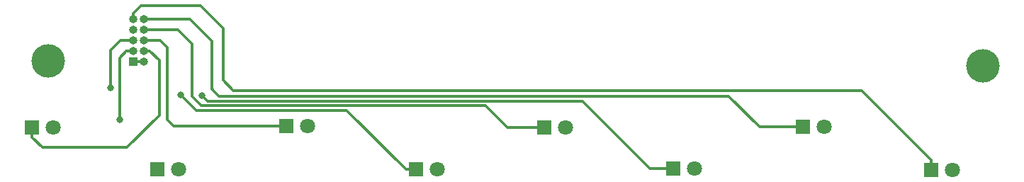
<source format=gbr>
G04 #@! TF.GenerationSoftware,KiCad,Pcbnew,(5.1.2)-2*
G04 #@! TF.CreationDate,2021-01-17T20:54:38+05:30*
G04 #@! TF.ProjectId,VendSensor,56656e64-5365-46e7-936f-722e6b696361,rev?*
G04 #@! TF.SameCoordinates,Original*
G04 #@! TF.FileFunction,Copper,L2,Bot*
G04 #@! TF.FilePolarity,Positive*
%FSLAX46Y46*%
G04 Gerber Fmt 4.6, Leading zero omitted, Abs format (unit mm)*
G04 Created by KiCad (PCBNEW (5.1.2)-2) date 2021-01-17 20:54:38*
%MOMM*%
%LPD*%
G04 APERTURE LIST*
%ADD10C,1.800000*%
%ADD11R,1.800000X1.800000*%
%ADD12O,1.000000X1.000000*%
%ADD13R,1.000000X1.000000*%
%ADD14C,4.000000*%
%ADD15C,0.800000*%
%ADD16C,0.300000*%
G04 APERTURE END LIST*
D10*
X146650000Y-50920000D03*
D11*
X144110000Y-50920000D03*
D12*
X65340000Y-38060000D03*
X64070000Y-38060000D03*
X65340000Y-39330000D03*
X64070000Y-39330000D03*
X65340000Y-40600000D03*
X64070000Y-40600000D03*
X65340000Y-41870000D03*
X64070000Y-41870000D03*
X65340000Y-43140000D03*
D13*
X64070000Y-43140000D03*
D10*
X161950000Y-56100000D03*
D11*
X159410000Y-56100000D03*
D10*
X131130000Y-55940000D03*
D11*
X128590000Y-55940000D03*
D10*
X115720000Y-51010000D03*
D11*
X113180000Y-51010000D03*
D10*
X100360000Y-55980000D03*
D11*
X97820000Y-55980000D03*
D10*
X84850000Y-50830000D03*
D11*
X82310000Y-50830000D03*
D10*
X69510000Y-55970000D03*
D11*
X66970000Y-55970000D03*
D10*
X54500000Y-50970000D03*
D11*
X51960000Y-50970000D03*
D14*
X165620000Y-43620000D03*
X53870000Y-43030000D03*
D15*
X72270000Y-47210000D03*
X69775000Y-47085000D03*
X61370000Y-46300000D03*
X62420000Y-50090000D03*
D16*
X159410000Y-54900000D02*
X159410000Y-56100000D01*
X74800000Y-45350000D02*
X76040000Y-46590000D01*
X76040000Y-46590000D02*
X144170002Y-46590000D01*
X144170002Y-46590000D02*
X144180002Y-46580000D01*
X144180002Y-46580000D02*
X151090000Y-46580000D01*
X151090000Y-46580000D02*
X159410000Y-54900000D01*
X64070000Y-37352894D02*
X65002894Y-36420000D01*
X64070000Y-38060000D02*
X64070000Y-37352894D01*
X65002894Y-36420000D02*
X72090000Y-36420000D01*
X74800000Y-39130000D02*
X74800000Y-45350000D01*
X72090000Y-36420000D02*
X74800000Y-39130000D01*
X74310000Y-47250000D02*
X135210000Y-47250000D01*
X138880000Y-50920000D02*
X144110000Y-50920000D01*
X135210000Y-47250000D02*
X138880000Y-50920000D01*
X65340000Y-38060000D02*
X70850000Y-38060000D01*
X70850000Y-38060000D02*
X73480000Y-40690000D01*
X73480000Y-46420000D02*
X73630000Y-46570000D01*
X73480000Y-40690000D02*
X73480000Y-46420000D01*
X73510000Y-46450000D02*
X73630000Y-46570000D01*
X73630000Y-46570000D02*
X74310000Y-47250000D01*
X72270000Y-47210000D02*
X72270000Y-47210000D01*
X72930000Y-47870000D02*
X117710000Y-47870000D01*
X125780000Y-55940000D02*
X128590000Y-55940000D01*
X117710000Y-47870000D02*
X125780000Y-55940000D01*
X72270000Y-47210000D02*
X72930000Y-47870000D01*
X72150000Y-48400000D02*
X106150000Y-48400000D01*
X71060000Y-47310000D02*
X72150000Y-48400000D01*
X106150000Y-48400000D02*
X108760000Y-51010000D01*
X108760000Y-51010000D02*
X113180000Y-51010000D01*
X65340000Y-39330000D02*
X69370000Y-39330000D01*
X71060000Y-41020000D02*
X71060000Y-47310000D01*
X69370000Y-39330000D02*
X71060000Y-41020000D01*
X96620000Y-55980000D02*
X97820000Y-55980000D01*
X89570000Y-48930000D02*
X96620000Y-55980000D01*
X71620000Y-48930000D02*
X89570000Y-48930000D01*
X69720000Y-47030000D02*
X69775000Y-47085000D01*
X69775000Y-47085000D02*
X71620000Y-48930000D01*
X64070000Y-40600000D02*
X62560000Y-40600000D01*
X62560000Y-40600000D02*
X61370000Y-41790000D01*
X61370000Y-41790000D02*
X61370000Y-46300000D01*
X61370000Y-46300000D02*
X61370000Y-46300000D01*
X66047106Y-40600000D02*
X66057106Y-40590000D01*
X65340000Y-40600000D02*
X66047106Y-40600000D01*
X66057106Y-40590000D02*
X67320000Y-40590000D01*
X67320000Y-40590000D02*
X68120000Y-41390000D01*
X68120000Y-50030000D02*
X68920000Y-50830000D01*
X68120000Y-41390000D02*
X68120000Y-50030000D01*
X68920000Y-50830000D02*
X82310000Y-50830000D01*
X67180000Y-55760000D02*
X66970000Y-55970000D01*
X64070000Y-41870000D02*
X63210000Y-41870000D01*
X63210000Y-41870000D02*
X62420000Y-42660000D01*
X62420000Y-42660000D02*
X62420000Y-50090000D01*
X66047106Y-41870000D02*
X67170000Y-42992894D01*
X65340000Y-41870000D02*
X66047106Y-41870000D01*
X51960000Y-52170000D02*
X53190000Y-53400000D01*
X51960000Y-50970000D02*
X51960000Y-52170000D01*
X53190000Y-53400000D02*
X63290000Y-53400000D01*
X67170000Y-49520000D02*
X67170000Y-46750000D01*
X63290000Y-53400000D02*
X67170000Y-49520000D01*
X67170000Y-42992894D02*
X67170000Y-46750000D01*
X65340000Y-43140000D02*
X64070000Y-43140000D01*
M02*

</source>
